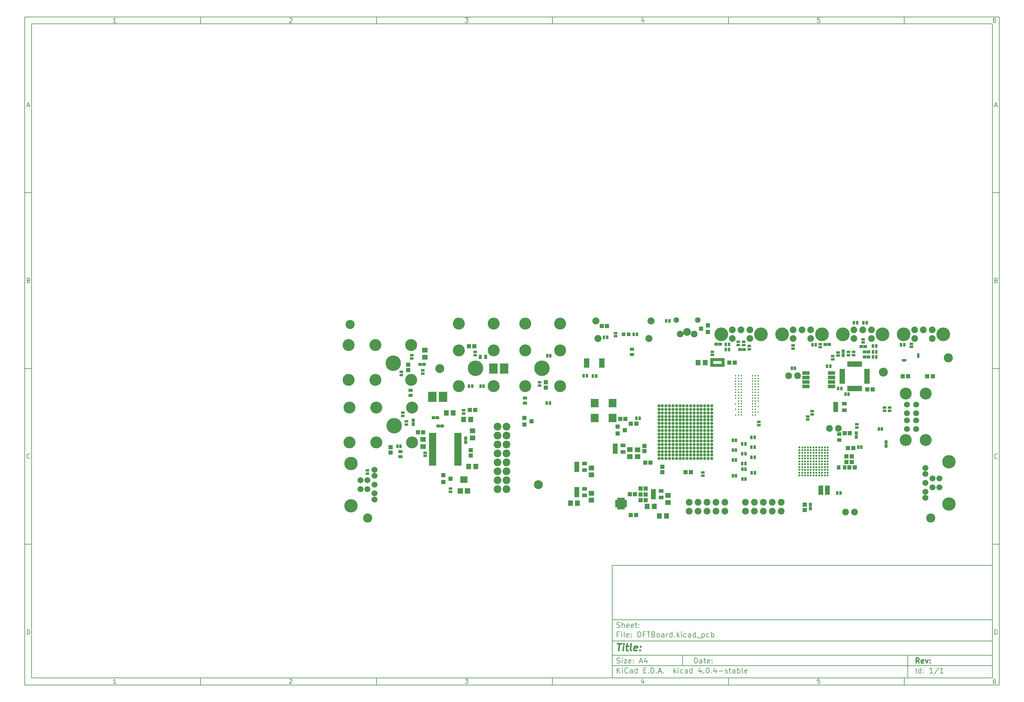
<source format=gbr>
G04 #@! TF.FileFunction,Soldermask,Top*
%FSLAX46Y46*%
G04 Gerber Fmt 4.6, Leading zero omitted, Abs format (unit mm)*
G04 Created by KiCad (PCBNEW 4.0.4-stable) date 02/17/17 14:19:35*
%MOMM*%
%LPD*%
G01*
G04 APERTURE LIST*
%ADD10C,0.100000*%
%ADD11C,0.150000*%
%ADD12C,0.300000*%
%ADD13C,0.400000*%
%ADD14C,2.540000*%
%ADD15R,1.200000X1.200000*%
%ADD16C,2.000000*%
%ADD17C,4.400000*%
%ADD18C,3.400000*%
%ADD19R,1.150000X1.200000*%
%ADD20R,1.300000X0.900000*%
%ADD21R,0.800000X1.000000*%
%ADD22R,1.000000X0.900000*%
%ADD23C,1.700000*%
%ADD24R,1.400000X1.650000*%
%ADD25R,2.150000X0.850000*%
%ADD26R,1.543000X0.654000*%
%ADD27R,0.654000X1.543000*%
%ADD28C,2.600000*%
%ADD29R,2.200000X2.400000*%
%ADD30R,1.200000X1.150000*%
%ADD31C,3.900000*%
%ADD32C,1.900000*%
%ADD33C,2.200000*%
%ADD34R,2.350000X2.900000*%
%ADD35C,1.924000*%
%ADD36R,1.650000X1.400000*%
%ADD37C,0.900380*%
%ADD38R,1.200000X1.000000*%
%ADD39C,0.600000*%
%ADD40R,0.900000X0.900000*%
%ADD41R,1.000000X0.800000*%
%ADD42R,1.300000X1.200000*%
%ADD43R,0.900000X1.300000*%
%ADD44R,1.000000X1.100000*%
%ADD45R,0.900000X1.000000*%
%ADD46R,1.400000X1.100000*%
%ADD47R,1.460000X1.050000*%
%ADD48R,2.000000X1.900000*%
%ADD49R,1.600000X1.600000*%
%ADD50R,1.000000X1.200000*%
%ADD51R,0.700000X0.750000*%
%ADD52R,0.750000X0.700000*%
%ADD53C,0.450000*%
%ADD54C,1.600000*%
%ADD55R,0.600000X0.800000*%
%ADD56R,2.100000X2.100000*%
%ADD57R,0.800000X0.600000*%
%ADD58R,2.100000X1.050000*%
%ADD59C,3.816000*%
%ADD60C,1.708000*%
%ADD61R,1.500000X0.800000*%
%ADD62R,1.400000X1.400000*%
G04 APERTURE END LIST*
D10*
D11*
X177002200Y-166007200D02*
X177002200Y-198007200D01*
X285002200Y-198007200D01*
X285002200Y-166007200D01*
X177002200Y-166007200D01*
D10*
D11*
X10000000Y-10000000D02*
X10000000Y-200007200D01*
X287002200Y-200007200D01*
X287002200Y-10000000D01*
X10000000Y-10000000D01*
D10*
D11*
X12000000Y-12000000D02*
X12000000Y-198007200D01*
X285002200Y-198007200D01*
X285002200Y-12000000D01*
X12000000Y-12000000D01*
D10*
D11*
X60000000Y-12000000D02*
X60000000Y-10000000D01*
D10*
D11*
X110000000Y-12000000D02*
X110000000Y-10000000D01*
D10*
D11*
X160000000Y-12000000D02*
X160000000Y-10000000D01*
D10*
D11*
X210000000Y-12000000D02*
X210000000Y-10000000D01*
D10*
D11*
X260000000Y-12000000D02*
X260000000Y-10000000D01*
D10*
D11*
X35990476Y-11588095D02*
X35247619Y-11588095D01*
X35619048Y-11588095D02*
X35619048Y-10288095D01*
X35495238Y-10473810D01*
X35371429Y-10597619D01*
X35247619Y-10659524D01*
D10*
D11*
X85247619Y-10411905D02*
X85309524Y-10350000D01*
X85433333Y-10288095D01*
X85742857Y-10288095D01*
X85866667Y-10350000D01*
X85928571Y-10411905D01*
X85990476Y-10535714D01*
X85990476Y-10659524D01*
X85928571Y-10845238D01*
X85185714Y-11588095D01*
X85990476Y-11588095D01*
D10*
D11*
X135185714Y-10288095D02*
X135990476Y-10288095D01*
X135557143Y-10783333D01*
X135742857Y-10783333D01*
X135866667Y-10845238D01*
X135928571Y-10907143D01*
X135990476Y-11030952D01*
X135990476Y-11340476D01*
X135928571Y-11464286D01*
X135866667Y-11526190D01*
X135742857Y-11588095D01*
X135371429Y-11588095D01*
X135247619Y-11526190D01*
X135185714Y-11464286D01*
D10*
D11*
X185866667Y-10721429D02*
X185866667Y-11588095D01*
X185557143Y-10226190D02*
X185247619Y-11154762D01*
X186052381Y-11154762D01*
D10*
D11*
X235928571Y-10288095D02*
X235309524Y-10288095D01*
X235247619Y-10907143D01*
X235309524Y-10845238D01*
X235433333Y-10783333D01*
X235742857Y-10783333D01*
X235866667Y-10845238D01*
X235928571Y-10907143D01*
X235990476Y-11030952D01*
X235990476Y-11340476D01*
X235928571Y-11464286D01*
X235866667Y-11526190D01*
X235742857Y-11588095D01*
X235433333Y-11588095D01*
X235309524Y-11526190D01*
X235247619Y-11464286D01*
D10*
D11*
X285866667Y-10288095D02*
X285619048Y-10288095D01*
X285495238Y-10350000D01*
X285433333Y-10411905D01*
X285309524Y-10597619D01*
X285247619Y-10845238D01*
X285247619Y-11340476D01*
X285309524Y-11464286D01*
X285371429Y-11526190D01*
X285495238Y-11588095D01*
X285742857Y-11588095D01*
X285866667Y-11526190D01*
X285928571Y-11464286D01*
X285990476Y-11340476D01*
X285990476Y-11030952D01*
X285928571Y-10907143D01*
X285866667Y-10845238D01*
X285742857Y-10783333D01*
X285495238Y-10783333D01*
X285371429Y-10845238D01*
X285309524Y-10907143D01*
X285247619Y-11030952D01*
D10*
D11*
X60000000Y-198007200D02*
X60000000Y-200007200D01*
D10*
D11*
X110000000Y-198007200D02*
X110000000Y-200007200D01*
D10*
D11*
X160000000Y-198007200D02*
X160000000Y-200007200D01*
D10*
D11*
X210000000Y-198007200D02*
X210000000Y-200007200D01*
D10*
D11*
X260000000Y-198007200D02*
X260000000Y-200007200D01*
D10*
D11*
X35990476Y-199595295D02*
X35247619Y-199595295D01*
X35619048Y-199595295D02*
X35619048Y-198295295D01*
X35495238Y-198481010D01*
X35371429Y-198604819D01*
X35247619Y-198666724D01*
D10*
D11*
X85247619Y-198419105D02*
X85309524Y-198357200D01*
X85433333Y-198295295D01*
X85742857Y-198295295D01*
X85866667Y-198357200D01*
X85928571Y-198419105D01*
X85990476Y-198542914D01*
X85990476Y-198666724D01*
X85928571Y-198852438D01*
X85185714Y-199595295D01*
X85990476Y-199595295D01*
D10*
D11*
X135185714Y-198295295D02*
X135990476Y-198295295D01*
X135557143Y-198790533D01*
X135742857Y-198790533D01*
X135866667Y-198852438D01*
X135928571Y-198914343D01*
X135990476Y-199038152D01*
X135990476Y-199347676D01*
X135928571Y-199471486D01*
X135866667Y-199533390D01*
X135742857Y-199595295D01*
X135371429Y-199595295D01*
X135247619Y-199533390D01*
X135185714Y-199471486D01*
D10*
D11*
X185866667Y-198728629D02*
X185866667Y-199595295D01*
X185557143Y-198233390D02*
X185247619Y-199161962D01*
X186052381Y-199161962D01*
D10*
D11*
X235928571Y-198295295D02*
X235309524Y-198295295D01*
X235247619Y-198914343D01*
X235309524Y-198852438D01*
X235433333Y-198790533D01*
X235742857Y-198790533D01*
X235866667Y-198852438D01*
X235928571Y-198914343D01*
X235990476Y-199038152D01*
X235990476Y-199347676D01*
X235928571Y-199471486D01*
X235866667Y-199533390D01*
X235742857Y-199595295D01*
X235433333Y-199595295D01*
X235309524Y-199533390D01*
X235247619Y-199471486D01*
D10*
D11*
X285866667Y-198295295D02*
X285619048Y-198295295D01*
X285495238Y-198357200D01*
X285433333Y-198419105D01*
X285309524Y-198604819D01*
X285247619Y-198852438D01*
X285247619Y-199347676D01*
X285309524Y-199471486D01*
X285371429Y-199533390D01*
X285495238Y-199595295D01*
X285742857Y-199595295D01*
X285866667Y-199533390D01*
X285928571Y-199471486D01*
X285990476Y-199347676D01*
X285990476Y-199038152D01*
X285928571Y-198914343D01*
X285866667Y-198852438D01*
X285742857Y-198790533D01*
X285495238Y-198790533D01*
X285371429Y-198852438D01*
X285309524Y-198914343D01*
X285247619Y-199038152D01*
D10*
D11*
X10000000Y-60000000D02*
X12000000Y-60000000D01*
D10*
D11*
X10000000Y-110000000D02*
X12000000Y-110000000D01*
D10*
D11*
X10000000Y-160000000D02*
X12000000Y-160000000D01*
D10*
D11*
X10690476Y-35216667D02*
X11309524Y-35216667D01*
X10566667Y-35588095D02*
X11000000Y-34288095D01*
X11433333Y-35588095D01*
D10*
D11*
X11092857Y-84907143D02*
X11278571Y-84969048D01*
X11340476Y-85030952D01*
X11402381Y-85154762D01*
X11402381Y-85340476D01*
X11340476Y-85464286D01*
X11278571Y-85526190D01*
X11154762Y-85588095D01*
X10659524Y-85588095D01*
X10659524Y-84288095D01*
X11092857Y-84288095D01*
X11216667Y-84350000D01*
X11278571Y-84411905D01*
X11340476Y-84535714D01*
X11340476Y-84659524D01*
X11278571Y-84783333D01*
X11216667Y-84845238D01*
X11092857Y-84907143D01*
X10659524Y-84907143D01*
D10*
D11*
X11402381Y-135464286D02*
X11340476Y-135526190D01*
X11154762Y-135588095D01*
X11030952Y-135588095D01*
X10845238Y-135526190D01*
X10721429Y-135402381D01*
X10659524Y-135278571D01*
X10597619Y-135030952D01*
X10597619Y-134845238D01*
X10659524Y-134597619D01*
X10721429Y-134473810D01*
X10845238Y-134350000D01*
X11030952Y-134288095D01*
X11154762Y-134288095D01*
X11340476Y-134350000D01*
X11402381Y-134411905D01*
D10*
D11*
X10659524Y-185588095D02*
X10659524Y-184288095D01*
X10969048Y-184288095D01*
X11154762Y-184350000D01*
X11278571Y-184473810D01*
X11340476Y-184597619D01*
X11402381Y-184845238D01*
X11402381Y-185030952D01*
X11340476Y-185278571D01*
X11278571Y-185402381D01*
X11154762Y-185526190D01*
X10969048Y-185588095D01*
X10659524Y-185588095D01*
D10*
D11*
X287002200Y-60000000D02*
X285002200Y-60000000D01*
D10*
D11*
X287002200Y-110000000D02*
X285002200Y-110000000D01*
D10*
D11*
X287002200Y-160000000D02*
X285002200Y-160000000D01*
D10*
D11*
X285692676Y-35216667D02*
X286311724Y-35216667D01*
X285568867Y-35588095D02*
X286002200Y-34288095D01*
X286435533Y-35588095D01*
D10*
D11*
X286095057Y-84907143D02*
X286280771Y-84969048D01*
X286342676Y-85030952D01*
X286404581Y-85154762D01*
X286404581Y-85340476D01*
X286342676Y-85464286D01*
X286280771Y-85526190D01*
X286156962Y-85588095D01*
X285661724Y-85588095D01*
X285661724Y-84288095D01*
X286095057Y-84288095D01*
X286218867Y-84350000D01*
X286280771Y-84411905D01*
X286342676Y-84535714D01*
X286342676Y-84659524D01*
X286280771Y-84783333D01*
X286218867Y-84845238D01*
X286095057Y-84907143D01*
X285661724Y-84907143D01*
D10*
D11*
X286404581Y-135464286D02*
X286342676Y-135526190D01*
X286156962Y-135588095D01*
X286033152Y-135588095D01*
X285847438Y-135526190D01*
X285723629Y-135402381D01*
X285661724Y-135278571D01*
X285599819Y-135030952D01*
X285599819Y-134845238D01*
X285661724Y-134597619D01*
X285723629Y-134473810D01*
X285847438Y-134350000D01*
X286033152Y-134288095D01*
X286156962Y-134288095D01*
X286342676Y-134350000D01*
X286404581Y-134411905D01*
D10*
D11*
X285661724Y-185588095D02*
X285661724Y-184288095D01*
X285971248Y-184288095D01*
X286156962Y-184350000D01*
X286280771Y-184473810D01*
X286342676Y-184597619D01*
X286404581Y-184845238D01*
X286404581Y-185030952D01*
X286342676Y-185278571D01*
X286280771Y-185402381D01*
X286156962Y-185526190D01*
X285971248Y-185588095D01*
X285661724Y-185588095D01*
D10*
D11*
X200359343Y-193785771D02*
X200359343Y-192285771D01*
X200716486Y-192285771D01*
X200930771Y-192357200D01*
X201073629Y-192500057D01*
X201145057Y-192642914D01*
X201216486Y-192928629D01*
X201216486Y-193142914D01*
X201145057Y-193428629D01*
X201073629Y-193571486D01*
X200930771Y-193714343D01*
X200716486Y-193785771D01*
X200359343Y-193785771D01*
X202502200Y-193785771D02*
X202502200Y-193000057D01*
X202430771Y-192857200D01*
X202287914Y-192785771D01*
X202002200Y-192785771D01*
X201859343Y-192857200D01*
X202502200Y-193714343D02*
X202359343Y-193785771D01*
X202002200Y-193785771D01*
X201859343Y-193714343D01*
X201787914Y-193571486D01*
X201787914Y-193428629D01*
X201859343Y-193285771D01*
X202002200Y-193214343D01*
X202359343Y-193214343D01*
X202502200Y-193142914D01*
X203002200Y-192785771D02*
X203573629Y-192785771D01*
X203216486Y-192285771D02*
X203216486Y-193571486D01*
X203287914Y-193714343D01*
X203430772Y-193785771D01*
X203573629Y-193785771D01*
X204645057Y-193714343D02*
X204502200Y-193785771D01*
X204216486Y-193785771D01*
X204073629Y-193714343D01*
X204002200Y-193571486D01*
X204002200Y-193000057D01*
X204073629Y-192857200D01*
X204216486Y-192785771D01*
X204502200Y-192785771D01*
X204645057Y-192857200D01*
X204716486Y-193000057D01*
X204716486Y-193142914D01*
X204002200Y-193285771D01*
X205359343Y-193642914D02*
X205430771Y-193714343D01*
X205359343Y-193785771D01*
X205287914Y-193714343D01*
X205359343Y-193642914D01*
X205359343Y-193785771D01*
X205359343Y-192857200D02*
X205430771Y-192928629D01*
X205359343Y-193000057D01*
X205287914Y-192928629D01*
X205359343Y-192857200D01*
X205359343Y-193000057D01*
D10*
D11*
X177002200Y-194507200D02*
X285002200Y-194507200D01*
D10*
D11*
X178359343Y-196585771D02*
X178359343Y-195085771D01*
X179216486Y-196585771D02*
X178573629Y-195728629D01*
X179216486Y-195085771D02*
X178359343Y-195942914D01*
X179859343Y-196585771D02*
X179859343Y-195585771D01*
X179859343Y-195085771D02*
X179787914Y-195157200D01*
X179859343Y-195228629D01*
X179930771Y-195157200D01*
X179859343Y-195085771D01*
X179859343Y-195228629D01*
X181430772Y-196442914D02*
X181359343Y-196514343D01*
X181145057Y-196585771D01*
X181002200Y-196585771D01*
X180787915Y-196514343D01*
X180645057Y-196371486D01*
X180573629Y-196228629D01*
X180502200Y-195942914D01*
X180502200Y-195728629D01*
X180573629Y-195442914D01*
X180645057Y-195300057D01*
X180787915Y-195157200D01*
X181002200Y-195085771D01*
X181145057Y-195085771D01*
X181359343Y-195157200D01*
X181430772Y-195228629D01*
X182716486Y-196585771D02*
X182716486Y-195800057D01*
X182645057Y-195657200D01*
X182502200Y-195585771D01*
X182216486Y-195585771D01*
X182073629Y-195657200D01*
X182716486Y-196514343D02*
X182573629Y-196585771D01*
X182216486Y-196585771D01*
X182073629Y-196514343D01*
X182002200Y-196371486D01*
X182002200Y-196228629D01*
X182073629Y-196085771D01*
X182216486Y-196014343D01*
X182573629Y-196014343D01*
X182716486Y-195942914D01*
X184073629Y-196585771D02*
X184073629Y-195085771D01*
X184073629Y-196514343D02*
X183930772Y-196585771D01*
X183645058Y-196585771D01*
X183502200Y-196514343D01*
X183430772Y-196442914D01*
X183359343Y-196300057D01*
X183359343Y-195871486D01*
X183430772Y-195728629D01*
X183502200Y-195657200D01*
X183645058Y-195585771D01*
X183930772Y-195585771D01*
X184073629Y-195657200D01*
X185930772Y-195800057D02*
X186430772Y-195800057D01*
X186645058Y-196585771D02*
X185930772Y-196585771D01*
X185930772Y-195085771D01*
X186645058Y-195085771D01*
X187287915Y-196442914D02*
X187359343Y-196514343D01*
X187287915Y-196585771D01*
X187216486Y-196514343D01*
X187287915Y-196442914D01*
X187287915Y-196585771D01*
X188002201Y-196585771D02*
X188002201Y-195085771D01*
X188359344Y-195085771D01*
X188573629Y-195157200D01*
X188716487Y-195300057D01*
X188787915Y-195442914D01*
X188859344Y-195728629D01*
X188859344Y-195942914D01*
X188787915Y-196228629D01*
X188716487Y-196371486D01*
X188573629Y-196514343D01*
X188359344Y-196585771D01*
X188002201Y-196585771D01*
X189502201Y-196442914D02*
X189573629Y-196514343D01*
X189502201Y-196585771D01*
X189430772Y-196514343D01*
X189502201Y-196442914D01*
X189502201Y-196585771D01*
X190145058Y-196157200D02*
X190859344Y-196157200D01*
X190002201Y-196585771D02*
X190502201Y-195085771D01*
X191002201Y-196585771D01*
X191502201Y-196442914D02*
X191573629Y-196514343D01*
X191502201Y-196585771D01*
X191430772Y-196514343D01*
X191502201Y-196442914D01*
X191502201Y-196585771D01*
X194502201Y-196585771D02*
X194502201Y-195085771D01*
X194645058Y-196014343D02*
X195073629Y-196585771D01*
X195073629Y-195585771D02*
X194502201Y-196157200D01*
X195716487Y-196585771D02*
X195716487Y-195585771D01*
X195716487Y-195085771D02*
X195645058Y-195157200D01*
X195716487Y-195228629D01*
X195787915Y-195157200D01*
X195716487Y-195085771D01*
X195716487Y-195228629D01*
X197073630Y-196514343D02*
X196930773Y-196585771D01*
X196645059Y-196585771D01*
X196502201Y-196514343D01*
X196430773Y-196442914D01*
X196359344Y-196300057D01*
X196359344Y-195871486D01*
X196430773Y-195728629D01*
X196502201Y-195657200D01*
X196645059Y-195585771D01*
X196930773Y-195585771D01*
X197073630Y-195657200D01*
X198359344Y-196585771D02*
X198359344Y-195800057D01*
X198287915Y-195657200D01*
X198145058Y-195585771D01*
X197859344Y-195585771D01*
X197716487Y-195657200D01*
X198359344Y-196514343D02*
X198216487Y-196585771D01*
X197859344Y-196585771D01*
X197716487Y-196514343D01*
X197645058Y-196371486D01*
X197645058Y-196228629D01*
X197716487Y-196085771D01*
X197859344Y-196014343D01*
X198216487Y-196014343D01*
X198359344Y-195942914D01*
X199716487Y-196585771D02*
X199716487Y-195085771D01*
X199716487Y-196514343D02*
X199573630Y-196585771D01*
X199287916Y-196585771D01*
X199145058Y-196514343D01*
X199073630Y-196442914D01*
X199002201Y-196300057D01*
X199002201Y-195871486D01*
X199073630Y-195728629D01*
X199145058Y-195657200D01*
X199287916Y-195585771D01*
X199573630Y-195585771D01*
X199716487Y-195657200D01*
X202216487Y-195585771D02*
X202216487Y-196585771D01*
X201859344Y-195014343D02*
X201502201Y-196085771D01*
X202430773Y-196085771D01*
X203002201Y-196442914D02*
X203073629Y-196514343D01*
X203002201Y-196585771D01*
X202930772Y-196514343D01*
X203002201Y-196442914D01*
X203002201Y-196585771D01*
X204002201Y-195085771D02*
X204145058Y-195085771D01*
X204287915Y-195157200D01*
X204359344Y-195228629D01*
X204430773Y-195371486D01*
X204502201Y-195657200D01*
X204502201Y-196014343D01*
X204430773Y-196300057D01*
X204359344Y-196442914D01*
X204287915Y-196514343D01*
X204145058Y-196585771D01*
X204002201Y-196585771D01*
X203859344Y-196514343D01*
X203787915Y-196442914D01*
X203716487Y-196300057D01*
X203645058Y-196014343D01*
X203645058Y-195657200D01*
X203716487Y-195371486D01*
X203787915Y-195228629D01*
X203859344Y-195157200D01*
X204002201Y-195085771D01*
X205145058Y-196442914D02*
X205216486Y-196514343D01*
X205145058Y-196585771D01*
X205073629Y-196514343D01*
X205145058Y-196442914D01*
X205145058Y-196585771D01*
X206502201Y-195585771D02*
X206502201Y-196585771D01*
X206145058Y-195014343D02*
X205787915Y-196085771D01*
X206716487Y-196085771D01*
X207287915Y-196014343D02*
X208430772Y-196014343D01*
X209073629Y-196514343D02*
X209216486Y-196585771D01*
X209502201Y-196585771D01*
X209645058Y-196514343D01*
X209716486Y-196371486D01*
X209716486Y-196300057D01*
X209645058Y-196157200D01*
X209502201Y-196085771D01*
X209287915Y-196085771D01*
X209145058Y-196014343D01*
X209073629Y-195871486D01*
X209073629Y-195800057D01*
X209145058Y-195657200D01*
X209287915Y-195585771D01*
X209502201Y-195585771D01*
X209645058Y-195657200D01*
X210145058Y-195585771D02*
X210716487Y-195585771D01*
X210359344Y-195085771D02*
X210359344Y-196371486D01*
X210430772Y-196514343D01*
X210573630Y-196585771D01*
X210716487Y-196585771D01*
X211859344Y-196585771D02*
X211859344Y-195800057D01*
X211787915Y-195657200D01*
X211645058Y-195585771D01*
X211359344Y-195585771D01*
X211216487Y-195657200D01*
X211859344Y-196514343D02*
X211716487Y-196585771D01*
X211359344Y-196585771D01*
X211216487Y-196514343D01*
X211145058Y-196371486D01*
X211145058Y-196228629D01*
X211216487Y-196085771D01*
X211359344Y-196014343D01*
X211716487Y-196014343D01*
X211859344Y-195942914D01*
X212573630Y-196585771D02*
X212573630Y-195085771D01*
X212573630Y-195657200D02*
X212716487Y-195585771D01*
X213002201Y-195585771D01*
X213145058Y-195657200D01*
X213216487Y-195728629D01*
X213287916Y-195871486D01*
X213287916Y-196300057D01*
X213216487Y-196442914D01*
X213145058Y-196514343D01*
X213002201Y-196585771D01*
X212716487Y-196585771D01*
X212573630Y-196514343D01*
X214145059Y-196585771D02*
X214002201Y-196514343D01*
X213930773Y-196371486D01*
X213930773Y-195085771D01*
X215287915Y-196514343D02*
X215145058Y-196585771D01*
X214859344Y-196585771D01*
X214716487Y-196514343D01*
X214645058Y-196371486D01*
X214645058Y-195800057D01*
X214716487Y-195657200D01*
X214859344Y-195585771D01*
X215145058Y-195585771D01*
X215287915Y-195657200D01*
X215359344Y-195800057D01*
X215359344Y-195942914D01*
X214645058Y-196085771D01*
D10*
D11*
X177002200Y-191507200D02*
X285002200Y-191507200D01*
D10*
D12*
X264216486Y-193785771D02*
X263716486Y-193071486D01*
X263359343Y-193785771D02*
X263359343Y-192285771D01*
X263930771Y-192285771D01*
X264073629Y-192357200D01*
X264145057Y-192428629D01*
X264216486Y-192571486D01*
X264216486Y-192785771D01*
X264145057Y-192928629D01*
X264073629Y-193000057D01*
X263930771Y-193071486D01*
X263359343Y-193071486D01*
X265430771Y-193714343D02*
X265287914Y-193785771D01*
X265002200Y-193785771D01*
X264859343Y-193714343D01*
X264787914Y-193571486D01*
X264787914Y-193000057D01*
X264859343Y-192857200D01*
X265002200Y-192785771D01*
X265287914Y-192785771D01*
X265430771Y-192857200D01*
X265502200Y-193000057D01*
X265502200Y-193142914D01*
X264787914Y-193285771D01*
X266002200Y-192785771D02*
X266359343Y-193785771D01*
X266716485Y-192785771D01*
X267287914Y-193642914D02*
X267359342Y-193714343D01*
X267287914Y-193785771D01*
X267216485Y-193714343D01*
X267287914Y-193642914D01*
X267287914Y-193785771D01*
X267287914Y-192857200D02*
X267359342Y-192928629D01*
X267287914Y-193000057D01*
X267216485Y-192928629D01*
X267287914Y-192857200D01*
X267287914Y-193000057D01*
D10*
D11*
X178287914Y-193714343D02*
X178502200Y-193785771D01*
X178859343Y-193785771D01*
X179002200Y-193714343D01*
X179073629Y-193642914D01*
X179145057Y-193500057D01*
X179145057Y-193357200D01*
X179073629Y-193214343D01*
X179002200Y-193142914D01*
X178859343Y-193071486D01*
X178573629Y-193000057D01*
X178430771Y-192928629D01*
X178359343Y-192857200D01*
X178287914Y-192714343D01*
X178287914Y-192571486D01*
X178359343Y-192428629D01*
X178430771Y-192357200D01*
X178573629Y-192285771D01*
X178930771Y-192285771D01*
X179145057Y-192357200D01*
X179787914Y-193785771D02*
X179787914Y-192785771D01*
X179787914Y-192285771D02*
X179716485Y-192357200D01*
X179787914Y-192428629D01*
X179859342Y-192357200D01*
X179787914Y-192285771D01*
X179787914Y-192428629D01*
X180359343Y-192785771D02*
X181145057Y-192785771D01*
X180359343Y-193785771D01*
X181145057Y-193785771D01*
X182287914Y-193714343D02*
X182145057Y-193785771D01*
X181859343Y-193785771D01*
X181716486Y-193714343D01*
X181645057Y-193571486D01*
X181645057Y-193000057D01*
X181716486Y-192857200D01*
X181859343Y-192785771D01*
X182145057Y-192785771D01*
X182287914Y-192857200D01*
X182359343Y-193000057D01*
X182359343Y-193142914D01*
X181645057Y-193285771D01*
X183002200Y-193642914D02*
X183073628Y-193714343D01*
X183002200Y-193785771D01*
X182930771Y-193714343D01*
X183002200Y-193642914D01*
X183002200Y-193785771D01*
X183002200Y-192857200D02*
X183073628Y-192928629D01*
X183002200Y-193000057D01*
X182930771Y-192928629D01*
X183002200Y-192857200D01*
X183002200Y-193000057D01*
X184787914Y-193357200D02*
X185502200Y-193357200D01*
X184645057Y-193785771D02*
X185145057Y-192285771D01*
X185645057Y-193785771D01*
X186787914Y-192785771D02*
X186787914Y-193785771D01*
X186430771Y-192214343D02*
X186073628Y-193285771D01*
X187002200Y-193285771D01*
D10*
D11*
X263359343Y-196585771D02*
X263359343Y-195085771D01*
X264716486Y-196585771D02*
X264716486Y-195085771D01*
X264716486Y-196514343D02*
X264573629Y-196585771D01*
X264287915Y-196585771D01*
X264145057Y-196514343D01*
X264073629Y-196442914D01*
X264002200Y-196300057D01*
X264002200Y-195871486D01*
X264073629Y-195728629D01*
X264145057Y-195657200D01*
X264287915Y-195585771D01*
X264573629Y-195585771D01*
X264716486Y-195657200D01*
X265430772Y-196442914D02*
X265502200Y-196514343D01*
X265430772Y-196585771D01*
X265359343Y-196514343D01*
X265430772Y-196442914D01*
X265430772Y-196585771D01*
X265430772Y-195657200D02*
X265502200Y-195728629D01*
X265430772Y-195800057D01*
X265359343Y-195728629D01*
X265430772Y-195657200D01*
X265430772Y-195800057D01*
X268073629Y-196585771D02*
X267216486Y-196585771D01*
X267645058Y-196585771D02*
X267645058Y-195085771D01*
X267502201Y-195300057D01*
X267359343Y-195442914D01*
X267216486Y-195514343D01*
X269787914Y-195014343D02*
X268502200Y-196942914D01*
X271073629Y-196585771D02*
X270216486Y-196585771D01*
X270645058Y-196585771D02*
X270645058Y-195085771D01*
X270502201Y-195300057D01*
X270359343Y-195442914D01*
X270216486Y-195514343D01*
D10*
D11*
X177002200Y-187507200D02*
X285002200Y-187507200D01*
D10*
D13*
X178454581Y-188211962D02*
X179597438Y-188211962D01*
X178776010Y-190211962D02*
X179026010Y-188211962D01*
X180014105Y-190211962D02*
X180180771Y-188878629D01*
X180264105Y-188211962D02*
X180156962Y-188307200D01*
X180240295Y-188402438D01*
X180347439Y-188307200D01*
X180264105Y-188211962D01*
X180240295Y-188402438D01*
X180847438Y-188878629D02*
X181609343Y-188878629D01*
X181216486Y-188211962D02*
X181002200Y-189926248D01*
X181073630Y-190116724D01*
X181252201Y-190211962D01*
X181442677Y-190211962D01*
X182395058Y-190211962D02*
X182216487Y-190116724D01*
X182145057Y-189926248D01*
X182359343Y-188211962D01*
X183930772Y-190116724D02*
X183728391Y-190211962D01*
X183347439Y-190211962D01*
X183168867Y-190116724D01*
X183097438Y-189926248D01*
X183192676Y-189164343D01*
X183311724Y-188973867D01*
X183514105Y-188878629D01*
X183895057Y-188878629D01*
X184073629Y-188973867D01*
X184145057Y-189164343D01*
X184121248Y-189354819D01*
X183145057Y-189545295D01*
X184895057Y-190021486D02*
X184978392Y-190116724D01*
X184871248Y-190211962D01*
X184787915Y-190116724D01*
X184895057Y-190021486D01*
X184871248Y-190211962D01*
X185026010Y-188973867D02*
X185109344Y-189069105D01*
X185002200Y-189164343D01*
X184918867Y-189069105D01*
X185026010Y-188973867D01*
X185002200Y-189164343D01*
D10*
D11*
X178859343Y-185600057D02*
X178359343Y-185600057D01*
X178359343Y-186385771D02*
X178359343Y-184885771D01*
X179073629Y-184885771D01*
X179645057Y-186385771D02*
X179645057Y-185385771D01*
X179645057Y-184885771D02*
X179573628Y-184957200D01*
X179645057Y-185028629D01*
X179716485Y-184957200D01*
X179645057Y-184885771D01*
X179645057Y-185028629D01*
X180573629Y-186385771D02*
X180430771Y-186314343D01*
X180359343Y-186171486D01*
X180359343Y-184885771D01*
X181716485Y-186314343D02*
X181573628Y-186385771D01*
X181287914Y-186385771D01*
X181145057Y-186314343D01*
X181073628Y-186171486D01*
X181073628Y-185600057D01*
X181145057Y-185457200D01*
X181287914Y-185385771D01*
X181573628Y-185385771D01*
X181716485Y-185457200D01*
X181787914Y-185600057D01*
X181787914Y-185742914D01*
X181073628Y-185885771D01*
X182430771Y-186242914D02*
X182502199Y-186314343D01*
X182430771Y-186385771D01*
X182359342Y-186314343D01*
X182430771Y-186242914D01*
X182430771Y-186385771D01*
X182430771Y-185457200D02*
X182502199Y-185528629D01*
X182430771Y-185600057D01*
X182359342Y-185528629D01*
X182430771Y-185457200D01*
X182430771Y-185600057D01*
X184287914Y-186385771D02*
X184287914Y-184885771D01*
X184645057Y-184885771D01*
X184859342Y-184957200D01*
X185002200Y-185100057D01*
X185073628Y-185242914D01*
X185145057Y-185528629D01*
X185145057Y-185742914D01*
X185073628Y-186028629D01*
X185002200Y-186171486D01*
X184859342Y-186314343D01*
X184645057Y-186385771D01*
X184287914Y-186385771D01*
X186287914Y-185600057D02*
X185787914Y-185600057D01*
X185787914Y-186385771D02*
X185787914Y-184885771D01*
X186502200Y-184885771D01*
X186859342Y-184885771D02*
X187716485Y-184885771D01*
X187287914Y-186385771D02*
X187287914Y-184885771D01*
X188716485Y-185600057D02*
X188930771Y-185671486D01*
X189002199Y-185742914D01*
X189073628Y-185885771D01*
X189073628Y-186100057D01*
X189002199Y-186242914D01*
X188930771Y-186314343D01*
X188787913Y-186385771D01*
X188216485Y-186385771D01*
X188216485Y-184885771D01*
X188716485Y-184885771D01*
X188859342Y-184957200D01*
X188930771Y-185028629D01*
X189002199Y-185171486D01*
X189002199Y-185314343D01*
X188930771Y-185457200D01*
X188859342Y-185528629D01*
X188716485Y-185600057D01*
X188216485Y-185600057D01*
X189930771Y-186385771D02*
X189787913Y-186314343D01*
X189716485Y-186242914D01*
X189645056Y-186100057D01*
X189645056Y-185671486D01*
X189716485Y-185528629D01*
X189787913Y-185457200D01*
X189930771Y-185385771D01*
X190145056Y-185385771D01*
X190287913Y-185457200D01*
X190359342Y-185528629D01*
X190430771Y-185671486D01*
X190430771Y-186100057D01*
X190359342Y-186242914D01*
X190287913Y-186314343D01*
X190145056Y-186385771D01*
X189930771Y-186385771D01*
X191716485Y-186385771D02*
X191716485Y-185600057D01*
X191645056Y-185457200D01*
X191502199Y-185385771D01*
X191216485Y-185385771D01*
X191073628Y-185457200D01*
X191716485Y-186314343D02*
X191573628Y-186385771D01*
X191216485Y-186385771D01*
X191073628Y-186314343D01*
X191002199Y-186171486D01*
X191002199Y-186028629D01*
X191073628Y-185885771D01*
X191216485Y-185814343D01*
X191573628Y-185814343D01*
X191716485Y-185742914D01*
X192430771Y-186385771D02*
X192430771Y-185385771D01*
X192430771Y-185671486D02*
X192502199Y-185528629D01*
X192573628Y-185457200D01*
X192716485Y-185385771D01*
X192859342Y-185385771D01*
X194002199Y-186385771D02*
X194002199Y-184885771D01*
X194002199Y-186314343D02*
X193859342Y-186385771D01*
X193573628Y-186385771D01*
X193430770Y-186314343D01*
X193359342Y-186242914D01*
X193287913Y-186100057D01*
X193287913Y-185671486D01*
X193359342Y-185528629D01*
X193430770Y-185457200D01*
X193573628Y-185385771D01*
X193859342Y-185385771D01*
X194002199Y-185457200D01*
X194716485Y-186242914D02*
X194787913Y-186314343D01*
X194716485Y-186385771D01*
X194645056Y-186314343D01*
X194716485Y-186242914D01*
X194716485Y-186385771D01*
X195430771Y-186385771D02*
X195430771Y-184885771D01*
X195573628Y-185814343D02*
X196002199Y-186385771D01*
X196002199Y-185385771D02*
X195430771Y-185957200D01*
X196645057Y-186385771D02*
X196645057Y-185385771D01*
X196645057Y-184885771D02*
X196573628Y-184957200D01*
X196645057Y-185028629D01*
X196716485Y-184957200D01*
X196645057Y-184885771D01*
X196645057Y-185028629D01*
X198002200Y-186314343D02*
X197859343Y-186385771D01*
X197573629Y-186385771D01*
X197430771Y-186314343D01*
X197359343Y-186242914D01*
X197287914Y-186100057D01*
X197287914Y-185671486D01*
X197359343Y-185528629D01*
X197430771Y-185457200D01*
X197573629Y-185385771D01*
X197859343Y-185385771D01*
X198002200Y-185457200D01*
X199287914Y-186385771D02*
X199287914Y-185600057D01*
X199216485Y-185457200D01*
X199073628Y-185385771D01*
X198787914Y-185385771D01*
X198645057Y-185457200D01*
X199287914Y-186314343D02*
X199145057Y-186385771D01*
X198787914Y-186385771D01*
X198645057Y-186314343D01*
X198573628Y-186171486D01*
X198573628Y-186028629D01*
X198645057Y-185885771D01*
X198787914Y-185814343D01*
X199145057Y-185814343D01*
X199287914Y-185742914D01*
X200645057Y-186385771D02*
X200645057Y-184885771D01*
X200645057Y-186314343D02*
X200502200Y-186385771D01*
X200216486Y-186385771D01*
X200073628Y-186314343D01*
X200002200Y-186242914D01*
X199930771Y-186100057D01*
X199930771Y-185671486D01*
X200002200Y-185528629D01*
X200073628Y-185457200D01*
X200216486Y-185385771D01*
X200502200Y-185385771D01*
X200645057Y-185457200D01*
X201002200Y-186528629D02*
X202145057Y-186528629D01*
X202502200Y-185385771D02*
X202502200Y-186885771D01*
X202502200Y-185457200D02*
X202645057Y-185385771D01*
X202930771Y-185385771D01*
X203073628Y-185457200D01*
X203145057Y-185528629D01*
X203216486Y-185671486D01*
X203216486Y-186100057D01*
X203145057Y-186242914D01*
X203073628Y-186314343D01*
X202930771Y-186385771D01*
X202645057Y-186385771D01*
X202502200Y-186314343D01*
X204502200Y-186314343D02*
X204359343Y-186385771D01*
X204073629Y-186385771D01*
X203930771Y-186314343D01*
X203859343Y-186242914D01*
X203787914Y-186100057D01*
X203787914Y-185671486D01*
X203859343Y-185528629D01*
X203930771Y-185457200D01*
X204073629Y-185385771D01*
X204359343Y-185385771D01*
X204502200Y-185457200D01*
X205145057Y-186385771D02*
X205145057Y-184885771D01*
X205145057Y-185457200D02*
X205287914Y-185385771D01*
X205573628Y-185385771D01*
X205716485Y-185457200D01*
X205787914Y-185528629D01*
X205859343Y-185671486D01*
X205859343Y-186100057D01*
X205787914Y-186242914D01*
X205716485Y-186314343D01*
X205573628Y-186385771D01*
X205287914Y-186385771D01*
X205145057Y-186314343D01*
D10*
D11*
X177002200Y-181507200D02*
X285002200Y-181507200D01*
D10*
D11*
X178287914Y-183614343D02*
X178502200Y-183685771D01*
X178859343Y-183685771D01*
X179002200Y-183614343D01*
X179073629Y-183542914D01*
X179145057Y-183400057D01*
X179145057Y-183257200D01*
X179073629Y-183114343D01*
X179002200Y-183042914D01*
X178859343Y-182971486D01*
X178573629Y-182900057D01*
X178430771Y-182828629D01*
X178359343Y-182757200D01*
X178287914Y-182614343D01*
X178287914Y-182471486D01*
X178359343Y-182328629D01*
X178430771Y-182257200D01*
X178573629Y-182185771D01*
X178930771Y-182185771D01*
X179145057Y-182257200D01*
X179787914Y-183685771D02*
X179787914Y-182185771D01*
X180430771Y-183685771D02*
X180430771Y-182900057D01*
X180359342Y-182757200D01*
X180216485Y-182685771D01*
X180002200Y-182685771D01*
X179859342Y-182757200D01*
X179787914Y-182828629D01*
X181716485Y-183614343D02*
X181573628Y-183685771D01*
X181287914Y-183685771D01*
X181145057Y-183614343D01*
X181073628Y-183471486D01*
X181073628Y-182900057D01*
X181145057Y-182757200D01*
X181287914Y-182685771D01*
X181573628Y-182685771D01*
X181716485Y-182757200D01*
X181787914Y-182900057D01*
X181787914Y-183042914D01*
X181073628Y-183185771D01*
X183002199Y-183614343D02*
X182859342Y-183685771D01*
X182573628Y-183685771D01*
X182430771Y-183614343D01*
X182359342Y-183471486D01*
X182359342Y-182900057D01*
X182430771Y-182757200D01*
X182573628Y-182685771D01*
X182859342Y-182685771D01*
X183002199Y-182757200D01*
X183073628Y-182900057D01*
X183073628Y-183042914D01*
X182359342Y-183185771D01*
X183502199Y-182685771D02*
X184073628Y-182685771D01*
X183716485Y-182185771D02*
X183716485Y-183471486D01*
X183787913Y-183614343D01*
X183930771Y-183685771D01*
X184073628Y-183685771D01*
X184573628Y-183542914D02*
X184645056Y-183614343D01*
X184573628Y-183685771D01*
X184502199Y-183614343D01*
X184573628Y-183542914D01*
X184573628Y-183685771D01*
X184573628Y-182757200D02*
X184645056Y-182828629D01*
X184573628Y-182900057D01*
X184502199Y-182828629D01*
X184573628Y-182757200D01*
X184573628Y-182900057D01*
D10*
D11*
X197002200Y-191507200D02*
X197002200Y-194507200D01*
D10*
D11*
X261002200Y-191507200D02*
X261002200Y-198007200D01*
D14*
X128000000Y-110000000D03*
X254000000Y-111000000D03*
D15*
X268100000Y-112200000D03*
X266500000Y-112200000D03*
D16*
X188000000Y-96500000D03*
X187400000Y-101450000D03*
X172300000Y-96500000D03*
X172900000Y-101450000D03*
D17*
X157000000Y-109950000D03*
D18*
X152250000Y-97250000D03*
X152250000Y-104870000D03*
X152250000Y-115030000D03*
X162160000Y-115030000D03*
X162160000Y-104870000D03*
X162160000Y-97250000D03*
D17*
X138090000Y-109950000D03*
D18*
X133340000Y-97250000D03*
X133340000Y-104870000D03*
X133340000Y-115030000D03*
X143250000Y-115030000D03*
X143250000Y-104870000D03*
X143250000Y-97250000D03*
D19*
X114000000Y-132350000D03*
X114000000Y-133850000D03*
D20*
X116800000Y-133600000D03*
X116800000Y-135100000D03*
D21*
X115900000Y-132100000D03*
X116800000Y-132100000D03*
D22*
X128650000Y-126350000D03*
X127550000Y-126350000D03*
D18*
X260345000Y-130300000D03*
X266025000Y-130300000D03*
X266025000Y-117160000D03*
X260345000Y-117160000D03*
D23*
X263315000Y-124730000D03*
X260695000Y-127230000D03*
X263315000Y-127230000D03*
X263315000Y-122730000D03*
X263315000Y-120230000D03*
X260695000Y-124730000D03*
X260695000Y-122730000D03*
X260695000Y-120230000D03*
D24*
X165100000Y-148250000D03*
X167100000Y-148250000D03*
D25*
X133100000Y-137150000D03*
X133100000Y-136500000D03*
X133100000Y-135850000D03*
X133100000Y-135200000D03*
X133100000Y-134550000D03*
X133100000Y-133900000D03*
X133100000Y-133250000D03*
X133100000Y-132600000D03*
X133100000Y-131950000D03*
X133100000Y-131300000D03*
X133100000Y-130650000D03*
X133100000Y-130000000D03*
X133100000Y-129350000D03*
X133100000Y-128700000D03*
X125900000Y-128700000D03*
X125900000Y-129350000D03*
X125900000Y-130000000D03*
X125900000Y-130650000D03*
X125900000Y-131300000D03*
X125900000Y-131950000D03*
X125900000Y-132600000D03*
X125900000Y-133250000D03*
X125900000Y-133900000D03*
X125900000Y-134550000D03*
X125900000Y-135200000D03*
X125900000Y-135850000D03*
X125900000Y-136500000D03*
X125900000Y-137150000D03*
D26*
X242363633Y-110449939D03*
X242363633Y-110949939D03*
X242363633Y-111449939D03*
X242363633Y-111949939D03*
X242363633Y-112449939D03*
X242363633Y-112949939D03*
X242363633Y-113449939D03*
X242363633Y-113949939D03*
D27*
X244113633Y-115699939D03*
X244613633Y-115699939D03*
X245113633Y-115699939D03*
X245613633Y-115699939D03*
X246113633Y-115699939D03*
X246613633Y-115699939D03*
X247113633Y-115699939D03*
X247613633Y-115699939D03*
D26*
X249363633Y-113949939D03*
X249363633Y-113449939D03*
X249363633Y-112949939D03*
X249363633Y-112449939D03*
X249363633Y-111949939D03*
X249363633Y-111449939D03*
X249363633Y-110949939D03*
X249363633Y-110449939D03*
D27*
X247613633Y-108699939D03*
X247113633Y-108699939D03*
X246613633Y-108699939D03*
X246113633Y-108699939D03*
X245613633Y-108699939D03*
X245113633Y-108699939D03*
X244613633Y-108699939D03*
X244113633Y-108699939D03*
D28*
X107500000Y-152500000D03*
D29*
X177100000Y-119850000D03*
X177100000Y-124050000D03*
X172020000Y-119850000D03*
X172020000Y-124050000D03*
D17*
X115000000Y-126250000D03*
D18*
X102300000Y-131000000D03*
X109920000Y-131000000D03*
X120080000Y-131000000D03*
X120080000Y-121090000D03*
X109920000Y-121090000D03*
X102300000Y-121090000D03*
D30*
X244400000Y-138100000D03*
X245900000Y-138100000D03*
D28*
X267500000Y-152500000D03*
X272500000Y-107000000D03*
X102500000Y-97500000D03*
D31*
X259750000Y-100250000D03*
D32*
X262900000Y-101500000D03*
X267900000Y-101500000D03*
X267900000Y-99000000D03*
X262900000Y-99000000D03*
X265400000Y-99000000D03*
D31*
X271050000Y-100250000D03*
D30*
X121750000Y-128150000D03*
X123250000Y-128150000D03*
D33*
X144410000Y-126520000D03*
X146950000Y-126520000D03*
X144410000Y-129060000D03*
X146950000Y-129060000D03*
X144410000Y-131600000D03*
X146950000Y-131600000D03*
X144410000Y-134140000D03*
X146950000Y-134140000D03*
X144410000Y-136680000D03*
X146950000Y-136680000D03*
X144410000Y-139220000D03*
X146950000Y-139220000D03*
X144410000Y-141760000D03*
X144410000Y-144300000D03*
X146950000Y-141760000D03*
X146950000Y-144300000D03*
D34*
X143200000Y-109975000D03*
X146250000Y-109975000D03*
D35*
X225000000Y-150540000D03*
X225000000Y-148000000D03*
X222460000Y-148000000D03*
X222460000Y-150540000D03*
X217380000Y-150540000D03*
X214840000Y-150540000D03*
X214840000Y-148000000D03*
X217380000Y-148000000D03*
X219920000Y-148000000D03*
X219920000Y-150540000D03*
X209000000Y-150540000D03*
X209000000Y-148000000D03*
X206460000Y-148000000D03*
X206460000Y-150540000D03*
X201380000Y-150540000D03*
X198840000Y-150540000D03*
X198840000Y-148000000D03*
X201380000Y-148000000D03*
X203920000Y-148000000D03*
X203920000Y-150540000D03*
D34*
X125850000Y-118050000D03*
X128900000Y-118050000D03*
D36*
X123200000Y-132200000D03*
X123200000Y-130200000D03*
D37*
X190249260Y-120600000D03*
X191250020Y-120600000D03*
X192250780Y-120600000D03*
X193249000Y-120600000D03*
X194249760Y-120600000D03*
X195250520Y-120600000D03*
X196248740Y-120600000D03*
X197249500Y-120600000D03*
X198250260Y-120600000D03*
X199251020Y-120600000D03*
X200249240Y-120600000D03*
X201250000Y-120600000D03*
X202250760Y-120600000D03*
X203248980Y-120600000D03*
X204249740Y-120600000D03*
X205250500Y-120600000D03*
X190249260Y-121600760D03*
X190249260Y-122601520D03*
X190249260Y-123599740D03*
X190249260Y-124600500D03*
X190249260Y-125601260D03*
X190249260Y-126599480D03*
X190249260Y-127600240D03*
X190249260Y-128601000D03*
X205250500Y-121600760D03*
X204249740Y-121600760D03*
X203248980Y-121600760D03*
X202250760Y-121600760D03*
X201250000Y-121600760D03*
X200249240Y-121600760D03*
X199251020Y-121600760D03*
X198250260Y-121600760D03*
X197249500Y-121600760D03*
X196248740Y-121600760D03*
X195250520Y-121600760D03*
X194249760Y-121600760D03*
X191250020Y-121600760D03*
X192250780Y-121600760D03*
X193249000Y-121600760D03*
X191250020Y-122601520D03*
X192250780Y-122601520D03*
X193249000Y-122601520D03*
X194249760Y-122601520D03*
X195250520Y-122601520D03*
X196248740Y-122601520D03*
X197249500Y-122601520D03*
X198250260Y-122601520D03*
X191250020Y-123599740D03*
X192250780Y-123599740D03*
X193249000Y-123599740D03*
X194249760Y-123599740D03*
X195250520Y-123599740D03*
X196248740Y-123599740D03*
X197249500Y-123599740D03*
X198250260Y-123599740D03*
X191250020Y-124600500D03*
X192250780Y-124600500D03*
X193249000Y-124600500D03*
X199251020Y-122601520D03*
X199251020Y-123599740D03*
X200249240Y-122601520D03*
X200249240Y-123599740D03*
X201250000Y-123599740D03*
X201250000Y-122601520D03*
X202250760Y-122601520D03*
X203248980Y-122601520D03*
X203248980Y-123599740D03*
X202250760Y-123599740D03*
X204249740Y-122601520D03*
X204249740Y-123599740D03*
X205250500Y-123599740D03*
X205250500Y-122601520D03*
X202250760Y-124600500D03*
X202250760Y-125601260D03*
X202250760Y-126599480D03*
X203248980Y-126599480D03*
X203248980Y-125601260D03*
X203248980Y-124600500D03*
X204249740Y-124600500D03*
X204249740Y-125601260D03*
X204249740Y-126599480D03*
X205250500Y-126599480D03*
X205250500Y-125601260D03*
X205250500Y-124600500D03*
X191250020Y-125601260D03*
X192250780Y-125601260D03*
X193249000Y-125601260D03*
X193249000Y-126599480D03*
X192250780Y-126599480D03*
X191250020Y-126599480D03*
X191250020Y-127600240D03*
X192250780Y-127600240D03*
X193249000Y-127600240D03*
X193249000Y-128601000D03*
X192250780Y-128601000D03*
X191250020Y-128601000D03*
X190249260Y-129601760D03*
X191250020Y-129601760D03*
X192250780Y-129601760D03*
X193249000Y-129601760D03*
X193249000Y-130599980D03*
X192250780Y-130599980D03*
X191250020Y-130599980D03*
X190249260Y-130599980D03*
X190249260Y-131600740D03*
X191250020Y-131600740D03*
X192250780Y-131600740D03*
X193249000Y-131600740D03*
X193249000Y-132601500D03*
X193249000Y-133599720D03*
X193249000Y-134600480D03*
X192250780Y-134600480D03*
X192250780Y-133599720D03*
X192250780Y-132601500D03*
X191250020Y-132601500D03*
X191250020Y-133599720D03*
X191250020Y-134600480D03*
X190249260Y-132601500D03*
X190249260Y-133599720D03*
X190249260Y-134600480D03*
X190249260Y-135601240D03*
X191250020Y-135601240D03*
X192250780Y-135601240D03*
X193249000Y-135601240D03*
X197249500Y-124600500D03*
X196248740Y-124600500D03*
X195250520Y-124600500D03*
X194249760Y-124600500D03*
X194249760Y-125601260D03*
X195250520Y-125601260D03*
X196248740Y-125601260D03*
X197249500Y-125601260D03*
X194249760Y-126599480D03*
X195250520Y-126599480D03*
X196248740Y-126599480D03*
X197249500Y-126599480D03*
X194249760Y-127600240D03*
X195250520Y-127600240D03*
X196248740Y-127600240D03*
X197249500Y-127600240D03*
X194249760Y-128601000D03*
X195250520Y-128601000D03*
X196248740Y-128601000D03*
X197249500Y-128601000D03*
X194249760Y-129601760D03*
X195250520Y-129601760D03*
X196248740Y-129601760D03*
X197249500Y-129601760D03*
X194249760Y-130599980D03*
X195250520Y-130599980D03*
X196248740Y-130599980D03*
X197249500Y-130599980D03*
X194249760Y-131600740D03*
X195250520Y-131600740D03*
X196248740Y-131600740D03*
X194249760Y-133599720D03*
X195250520Y-133599720D03*
X194249760Y-134600480D03*
X195250520Y-134600480D03*
X194249760Y-135601240D03*
X195250520Y-135601240D03*
X197249500Y-131600740D03*
X194249760Y-132601500D03*
X195250520Y-132601500D03*
X196248740Y-132601500D03*
X200249240Y-133599720D03*
X199251020Y-133599720D03*
X198250260Y-133599720D03*
X197249500Y-133599720D03*
X196248740Y-133599720D03*
X196248740Y-134600480D03*
X197249500Y-134600480D03*
X198250260Y-134600480D03*
X199251020Y-134600480D03*
X200249240Y-134600480D03*
X196248740Y-135601240D03*
X197249500Y-135601240D03*
X198250260Y-135601240D03*
X199251020Y-135601240D03*
X200249240Y-135601240D03*
X197249500Y-132601500D03*
X198250260Y-124600500D03*
X199251020Y-124600500D03*
X200249240Y-124600500D03*
X201250000Y-124600500D03*
X201250000Y-133599720D03*
X198250260Y-125601260D03*
X199251020Y-125601260D03*
X200249240Y-125601260D03*
X201250000Y-125601260D03*
X198250260Y-128601000D03*
X201250000Y-126599480D03*
X200249240Y-126599480D03*
X199251020Y-126599480D03*
X198250260Y-126599480D03*
X201250000Y-134600480D03*
X201250000Y-135601240D03*
X198250260Y-127600240D03*
X199251020Y-127600240D03*
X200249240Y-127600240D03*
X201250000Y-127600240D03*
X199251020Y-128601000D03*
X200249240Y-128601000D03*
X201250000Y-128601000D03*
X202250760Y-127600240D03*
X202250760Y-128601000D03*
X202250760Y-129601760D03*
X202250760Y-130599980D03*
X202250760Y-131600740D03*
X202250760Y-132601500D03*
X202250760Y-133599720D03*
X202250760Y-134600480D03*
X202250760Y-135601240D03*
X198250260Y-132601500D03*
X198250260Y-131600740D03*
X198250260Y-130599980D03*
X198250260Y-129601760D03*
X199251020Y-129601760D03*
X199251020Y-130599980D03*
X199251020Y-131600740D03*
X199251020Y-132601500D03*
X203248980Y-135601240D03*
X203248980Y-134600480D03*
X203248980Y-133599720D03*
X203248980Y-132601500D03*
X203248980Y-131600740D03*
X203248980Y-130599980D03*
X203248980Y-129601760D03*
X203248980Y-128601000D03*
X203248980Y-127600240D03*
X204249740Y-127600240D03*
X204249740Y-128601000D03*
X204249740Y-129601760D03*
X204249740Y-130599980D03*
X204249740Y-131600740D03*
X204249740Y-132601500D03*
X204249740Y-133599720D03*
X204249740Y-134600480D03*
X204249740Y-135601240D03*
X200249240Y-132601500D03*
X200249240Y-131600740D03*
X200249240Y-130599980D03*
X200249240Y-129601760D03*
X201250000Y-129601760D03*
X201250000Y-130599980D03*
X201250000Y-131600740D03*
X201250000Y-132601500D03*
X205250500Y-135601240D03*
X205250500Y-134600480D03*
X205250500Y-133599720D03*
X205250500Y-132601500D03*
X205250500Y-131600740D03*
X205250500Y-130599980D03*
X205250500Y-129601760D03*
X205250500Y-128601000D03*
X205250500Y-127600240D03*
D38*
X241477926Y-128600000D03*
X241477926Y-130300000D03*
D39*
X238197376Y-132405088D03*
X238197376Y-133205088D03*
X238197376Y-134005088D03*
X238197376Y-134805088D03*
X238197376Y-135605088D03*
X238197376Y-136405088D03*
X238197376Y-137205088D03*
X238197376Y-138005088D03*
X238197376Y-138805088D03*
X238197376Y-139605088D03*
X238197376Y-140405088D03*
X237397376Y-132405088D03*
X237397376Y-133205088D03*
X237397376Y-134005088D03*
X237397376Y-134805088D03*
X237397376Y-135605088D03*
X237397376Y-136405088D03*
X237397376Y-137205088D03*
X237397376Y-138005088D03*
X237397376Y-138805088D03*
X237397376Y-139605088D03*
X237397376Y-140405088D03*
X236597376Y-132405088D03*
X236597376Y-133205088D03*
X236597376Y-134005088D03*
X236597376Y-134805088D03*
X236597376Y-135605088D03*
X236597376Y-136405088D03*
X236597376Y-137205088D03*
X236597376Y-138005088D03*
X236597376Y-138805088D03*
X236597376Y-139605088D03*
X236597376Y-140405088D03*
X235797376Y-132405088D03*
X235797376Y-133205088D03*
X235797376Y-134005088D03*
X235797376Y-134805088D03*
X235797376Y-135605088D03*
X235797376Y-136405088D03*
X235797376Y-137205088D03*
X235797376Y-138005088D03*
X235797376Y-138805088D03*
X235797376Y-139605088D03*
X235797376Y-140405088D03*
X234997376Y-132405088D03*
X234997376Y-133205088D03*
X234997376Y-134005088D03*
X234997376Y-134805088D03*
X234997376Y-135605088D03*
X234997376Y-136405088D03*
X234997376Y-137205088D03*
X234997376Y-138005088D03*
X234997376Y-138805088D03*
X234997376Y-139605088D03*
X234997376Y-140405088D03*
X234197376Y-132405088D03*
X234197376Y-133205088D03*
X234197376Y-134005088D03*
X234197376Y-134805088D03*
X234197376Y-135605088D03*
X234197376Y-136405088D03*
X234197376Y-137205088D03*
X234197376Y-138005088D03*
X234197376Y-138805088D03*
X234197376Y-139605088D03*
X234197376Y-140405088D03*
X233397376Y-132405088D03*
X233397376Y-133205088D03*
X233397376Y-134005088D03*
X233397376Y-134805088D03*
X233397376Y-135605088D03*
X233397376Y-136405088D03*
X233397376Y-137205088D03*
X233397376Y-138005088D03*
X233397376Y-138805088D03*
X233397376Y-139605088D03*
X233397376Y-140405088D03*
X232597376Y-132405088D03*
X232597376Y-133205088D03*
X232597376Y-134005088D03*
X232597376Y-134805088D03*
X232597376Y-135605088D03*
X232597376Y-136405088D03*
X232597376Y-137205088D03*
X232597376Y-138005088D03*
X232597376Y-138805088D03*
X232597376Y-139605088D03*
X232597376Y-140405088D03*
X231797376Y-132405088D03*
X231797376Y-133205088D03*
X231797376Y-134005088D03*
X231797376Y-134805088D03*
X231797376Y-135605088D03*
X231797376Y-136405088D03*
X231797376Y-137205088D03*
X231797376Y-138005088D03*
X231797376Y-138805088D03*
X231797376Y-139605088D03*
X231797376Y-140405088D03*
X230997376Y-132405088D03*
X230997376Y-133205088D03*
X230997376Y-134005088D03*
X230997376Y-134805088D03*
X230997376Y-135605088D03*
X230997376Y-136405088D03*
X230997376Y-137205088D03*
X230997376Y-138005088D03*
X230997376Y-138805088D03*
X230997376Y-139605088D03*
X230997376Y-140405088D03*
X230197376Y-132405088D03*
X230197376Y-133205088D03*
X230197376Y-134005088D03*
X230197376Y-134805088D03*
X230197376Y-135605088D03*
X230197376Y-136405088D03*
X230197376Y-137205088D03*
X230197376Y-138005088D03*
X230197376Y-138805088D03*
X230197376Y-139605088D03*
X230197376Y-140405088D03*
D31*
X225250000Y-100250000D03*
D32*
X228400000Y-101500000D03*
X233400000Y-101500000D03*
X233400000Y-99000000D03*
X228400000Y-99000000D03*
X230900000Y-99000000D03*
D31*
X236550000Y-100250000D03*
D17*
X114750000Y-108500000D03*
D18*
X102050000Y-113250000D03*
X109670000Y-113250000D03*
X119830000Y-113250000D03*
X119830000Y-103340000D03*
X109670000Y-103340000D03*
X102050000Y-103340000D03*
D40*
X205300000Y-109100000D03*
X206100000Y-109100000D03*
X206900000Y-109100000D03*
X207700000Y-109100000D03*
X208500000Y-109100000D03*
X208500000Y-108300000D03*
X208500000Y-107500000D03*
X207700000Y-107500000D03*
X206900000Y-107500000D03*
X206100000Y-107500000D03*
X205300000Y-107500000D03*
X205300000Y-108300000D03*
D21*
X192350000Y-96500000D03*
X193250000Y-96500000D03*
D41*
X123100000Y-111450000D03*
X123100000Y-110550000D03*
D21*
X174650000Y-101100000D03*
X175550000Y-101100000D03*
D41*
X177900000Y-99900000D03*
X177900000Y-100800000D03*
D21*
X183100000Y-100300000D03*
X184000000Y-100300000D03*
D41*
X134700000Y-121900000D03*
X134700000Y-122800000D03*
D21*
X159250000Y-119800000D03*
X158350000Y-119800000D03*
X168875000Y-112025000D03*
X169775000Y-112025000D03*
X172400000Y-112150000D03*
X171500000Y-112150000D03*
X243250000Y-117250000D03*
X244150000Y-117250000D03*
X241200000Y-115700000D03*
X242100000Y-115700000D03*
X246900000Y-132400000D03*
X247800000Y-132400000D03*
X240900000Y-145400000D03*
X241800000Y-145400000D03*
D41*
X232550000Y-123600000D03*
X232550000Y-124500000D03*
D21*
X228900000Y-109900000D03*
X228000000Y-109900000D03*
D41*
X205400000Y-106150000D03*
X205400000Y-105250000D03*
X218600000Y-126100000D03*
X218600000Y-125200000D03*
D21*
X183850000Y-124150000D03*
X184750000Y-124150000D03*
D41*
X131050000Y-144150000D03*
X131050000Y-145050000D03*
D21*
X136250000Y-115000000D03*
X137150000Y-115000000D03*
X140450000Y-115000000D03*
X139550000Y-115000000D03*
D41*
X118500000Y-125000000D03*
X118500000Y-125900000D03*
X138000000Y-105300000D03*
X138000000Y-106200000D03*
X117050000Y-110950000D03*
X117050000Y-111850000D03*
X156300000Y-113900000D03*
X156300000Y-114800000D03*
X117500000Y-122550000D03*
X117500000Y-123450000D03*
X120000000Y-106200000D03*
X120000000Y-107100000D03*
D42*
X129000000Y-140350000D03*
X129000000Y-142250000D03*
X131000000Y-141300000D03*
D36*
X137300000Y-129700000D03*
X137300000Y-127700000D03*
D20*
X182550000Y-106000000D03*
X182550000Y-104500000D03*
D43*
X139500000Y-106750000D03*
X141000000Y-106750000D03*
D20*
X119700000Y-116150000D03*
X119700000Y-117650000D03*
X152200000Y-119850000D03*
X152200000Y-118350000D03*
D31*
X207950000Y-100250000D03*
D32*
X211100000Y-101500000D03*
X216100000Y-101500000D03*
X216100000Y-99000000D03*
X211100000Y-99000000D03*
X213600000Y-99000000D03*
D31*
X219250000Y-100250000D03*
D21*
X252750000Y-127200000D03*
X253650000Y-127200000D03*
D41*
X246500000Y-125850000D03*
X246500000Y-126750000D03*
X215900000Y-104500000D03*
X215900000Y-103600000D03*
D21*
X209250000Y-104600000D03*
X210150000Y-104600000D03*
D41*
X248300000Y-102600000D03*
X248300000Y-101700000D03*
X244100000Y-106200000D03*
X244100000Y-105300000D03*
X214300000Y-103300000D03*
X214300000Y-102400000D03*
D21*
X248350000Y-96950000D03*
X249250000Y-96950000D03*
D41*
X212800000Y-103300000D03*
X212800000Y-102400000D03*
D21*
X246550000Y-96950000D03*
X245650000Y-96950000D03*
X209242409Y-103154529D03*
X210142409Y-103154529D03*
D41*
X245600000Y-105300000D03*
X245600000Y-106200000D03*
X236125000Y-103050000D03*
X236125000Y-103950000D03*
X241200000Y-106300000D03*
X241200000Y-105400000D03*
D21*
X251100000Y-105250000D03*
X252000000Y-105250000D03*
X251100000Y-106750000D03*
X252000000Y-106750000D03*
X234800000Y-103200000D03*
X233900000Y-103200000D03*
X251100000Y-103550000D03*
X252000000Y-103550000D03*
D41*
X239650000Y-107350000D03*
X239650000Y-106450000D03*
D21*
X259050000Y-103200000D03*
X259950000Y-103200000D03*
D41*
X228400000Y-104300000D03*
X228400000Y-103400000D03*
X261950000Y-103850000D03*
X261950000Y-102950000D03*
X233800000Y-122150000D03*
X233800000Y-123050000D03*
D21*
X238964904Y-109299118D03*
X238064904Y-109299118D03*
D41*
X107400000Y-139000000D03*
X107400000Y-139900000D03*
X202750000Y-140450000D03*
X202750000Y-139550000D03*
X254400000Y-122000000D03*
X254400000Y-121100000D03*
X255800000Y-122000000D03*
X255800000Y-121100000D03*
D30*
X186350000Y-136750004D03*
X187850000Y-136750004D03*
X199300000Y-139500000D03*
X197800000Y-139500000D03*
D19*
X186100000Y-133500000D03*
X186100000Y-132000000D03*
D44*
X181600000Y-100300000D03*
X180200000Y-100300000D03*
D45*
X246300000Y-129450000D03*
X246300000Y-128350000D03*
X254800000Y-132000000D03*
X254800000Y-130900000D03*
D24*
X131800000Y-122650000D03*
X129800000Y-122650000D03*
D46*
X240500000Y-120000000D03*
X240500000Y-120950000D03*
X240500000Y-121900000D03*
X242900000Y-121900000D03*
X242900000Y-120000000D03*
D35*
X243250000Y-150800000D03*
X245790000Y-150800000D03*
D15*
X261100000Y-112250000D03*
X259500000Y-112250000D03*
D30*
X245050000Y-136600000D03*
X243550000Y-136600000D03*
D47*
X166950000Y-137000000D03*
X166950000Y-137950000D03*
X166950000Y-138900000D03*
X169150000Y-138900000D03*
X169150000Y-137000000D03*
X188650000Y-144800000D03*
X188650000Y-145750000D03*
X188650000Y-146700000D03*
X190850000Y-146700000D03*
X190850000Y-144800000D03*
X177800000Y-131850000D03*
X177800000Y-132800000D03*
X177800000Y-133750000D03*
X180000000Y-133750000D03*
X180000000Y-131850000D03*
X166950000Y-144200000D03*
X166950000Y-145150000D03*
X166950000Y-146100000D03*
X169150000Y-146100000D03*
X169150000Y-144200000D03*
D48*
X134800000Y-141550000D03*
D49*
X133800000Y-144800000D03*
X135800000Y-144800000D03*
D42*
X152000000Y-124050000D03*
X152000000Y-125950000D03*
X154000000Y-125000000D03*
X204200000Y-99600000D03*
X204200000Y-97700000D03*
X202200000Y-98650000D03*
X178500000Y-126550000D03*
X178500000Y-128450000D03*
X180500000Y-127500000D03*
D35*
X229650000Y-112000000D03*
X227110000Y-112000000D03*
D50*
X243000000Y-138150000D03*
X241300000Y-138150000D03*
D15*
X183850000Y-125700000D03*
X182250000Y-125700000D03*
D22*
X207650000Y-103100000D03*
X206550000Y-103100000D03*
D45*
X242600000Y-106200000D03*
X242600000Y-105100000D03*
D22*
X214400000Y-104550000D03*
X213300000Y-104550000D03*
X247750000Y-103750000D03*
X248850000Y-103750000D03*
X248700000Y-106750000D03*
X249800000Y-106750000D03*
X237525000Y-103150000D03*
X238625000Y-103150000D03*
X248700000Y-105250000D03*
X249800000Y-105250000D03*
D30*
X179250000Y-124300000D03*
X180750000Y-124300000D03*
X175500000Y-97900000D03*
X174000000Y-97900000D03*
X251000000Y-115900000D03*
X249500000Y-115900000D03*
D51*
X260200000Y-107650000D03*
X259650000Y-107650000D03*
D52*
X263950000Y-106050000D03*
X263950000Y-106600000D03*
D24*
X201400000Y-108300000D03*
X203400000Y-108300000D03*
D30*
X210250000Y-108300000D03*
X211750000Y-108300000D03*
D36*
X171100000Y-140250000D03*
X171100000Y-138250000D03*
X192800000Y-148100000D03*
X192800000Y-146100000D03*
X184161446Y-135111304D03*
X184161446Y-133111304D03*
D24*
X186900000Y-149250000D03*
X188900000Y-149250000D03*
D36*
X181950000Y-135050000D03*
X181950000Y-133050000D03*
X171100000Y-147450000D03*
X171100000Y-145450000D03*
D24*
X190400000Y-151950000D03*
X192400000Y-151950000D03*
D30*
X245050000Y-135000000D03*
X243550000Y-135000000D03*
X243950000Y-132650000D03*
X245450000Y-132650000D03*
D19*
X231700000Y-150200000D03*
X231700000Y-148700000D03*
D45*
X233300000Y-149800000D03*
X233300000Y-148700000D03*
D30*
X182250000Y-151700000D03*
X183750000Y-151700000D03*
X185000000Y-145800000D03*
X186500000Y-145800000D03*
X181950000Y-145750000D03*
X183450000Y-145750000D03*
X185000000Y-147400000D03*
X186500000Y-147400000D03*
X185000000Y-144100000D03*
X186500000Y-144100000D03*
D45*
X135350000Y-130900000D03*
X135350000Y-129800000D03*
D24*
X136200000Y-137900000D03*
X138200000Y-137900000D03*
D36*
X123700000Y-104800000D03*
X123700000Y-106800000D03*
D24*
X136750000Y-124500000D03*
X134750000Y-124500000D03*
D19*
X191250000Y-137950000D03*
X191250000Y-139450000D03*
D53*
X218450000Y-112000000D03*
X217650000Y-112000000D03*
X216850000Y-112000000D03*
X213650000Y-112000000D03*
X212850000Y-112000000D03*
X212050000Y-112000000D03*
X218450000Y-112800000D03*
X217650000Y-112800000D03*
X216850000Y-112800000D03*
X213650000Y-112800000D03*
X212850000Y-112800000D03*
X212050000Y-112800000D03*
X218450000Y-113600000D03*
X217650000Y-113600000D03*
X216850000Y-113600000D03*
X213650000Y-113600000D03*
X212850000Y-113600000D03*
X212050000Y-113600000D03*
X218450000Y-114400000D03*
X217650000Y-114400000D03*
X216850000Y-114400000D03*
X213650000Y-114400000D03*
X212850000Y-114400000D03*
X212050000Y-114400000D03*
X218450000Y-115200000D03*
X217650000Y-115200000D03*
X216850000Y-115200000D03*
X213650000Y-115200000D03*
X212850000Y-115200000D03*
X212050000Y-115200000D03*
X218450000Y-116000000D03*
X217650000Y-116000000D03*
X216850000Y-116000000D03*
X213650000Y-116000000D03*
X212850000Y-116000000D03*
X212050000Y-116000000D03*
X218450000Y-116800000D03*
X217650000Y-116800000D03*
X216850000Y-116800000D03*
X213650000Y-116800000D03*
X212850000Y-116800000D03*
X212050000Y-116800000D03*
X218450000Y-117600000D03*
X217650000Y-117600000D03*
X216850000Y-117600000D03*
X213650000Y-117600000D03*
X212850000Y-117600000D03*
X212050000Y-117600000D03*
X218450000Y-118400000D03*
X217650000Y-118400000D03*
X216850000Y-118400000D03*
X213650000Y-118400000D03*
X212850000Y-118400000D03*
X217650000Y-119200000D03*
X216850000Y-119200000D03*
X213650000Y-119200000D03*
X212850000Y-119200000D03*
X217650000Y-120000000D03*
X216850000Y-120000000D03*
X213650000Y-120000000D03*
X212850000Y-120000000D03*
X217650000Y-120800000D03*
X216850000Y-120800000D03*
X213650000Y-120800000D03*
X212850000Y-120800000D03*
X217650000Y-121600000D03*
X216850000Y-121600000D03*
X213650000Y-121600000D03*
X212850000Y-121600000D03*
X217650000Y-122400000D03*
X216850000Y-122400000D03*
X213650000Y-122400000D03*
X212850000Y-122400000D03*
X217650000Y-123200000D03*
X216850000Y-123200000D03*
X213650000Y-123200000D03*
X212850000Y-123200000D03*
X212050000Y-123200000D03*
X212050000Y-121600000D03*
X212050000Y-120000000D03*
X212050000Y-118400000D03*
X218450000Y-119200000D03*
X218450000Y-120800000D03*
X218450000Y-122400000D03*
D30*
X243000000Y-128350000D03*
X244500000Y-128350000D03*
D21*
X159400000Y-106400000D03*
X158500000Y-106400000D03*
D54*
X195200000Y-96200000D03*
X201300000Y-96200000D03*
D32*
X196250000Y-100150000D03*
D33*
X198250000Y-99600000D03*
D32*
X200250000Y-100150000D03*
D31*
X242500000Y-100250000D03*
D32*
X245650000Y-101500000D03*
X250650000Y-101500000D03*
X250650000Y-99000000D03*
X245650000Y-99000000D03*
X248150000Y-99000000D03*
D31*
X253800000Y-100250000D03*
D55*
X179909300Y-147082824D03*
D56*
X179509300Y-148382824D03*
D55*
X180309300Y-147082824D03*
X179509300Y-147082824D03*
X179109300Y-147082824D03*
X178709300Y-147082824D03*
D57*
X180809300Y-147582824D03*
X180809300Y-147982824D03*
X180809300Y-148382824D03*
X180809300Y-148782824D03*
X180809300Y-149182824D03*
X178209300Y-147582824D03*
X178209300Y-147982824D03*
X178209300Y-148382824D03*
X178209300Y-148782824D03*
X178209300Y-149182824D03*
D55*
X179909300Y-149682824D03*
X178709300Y-149682824D03*
X179109300Y-149682824D03*
X179509300Y-149682824D03*
X180309300Y-149682824D03*
D22*
X123450000Y-108800000D03*
X122350000Y-108800000D03*
D19*
X158100000Y-115400000D03*
X158100000Y-113900000D03*
D22*
X126200000Y-123950000D03*
X127300000Y-123950000D03*
D19*
X136800000Y-134750000D03*
X136800000Y-133250000D03*
X119000000Y-108900000D03*
X119000000Y-110400000D03*
D30*
X137800000Y-103700000D03*
X136300000Y-103700000D03*
X138051406Y-121797434D03*
X136551406Y-121797434D03*
D45*
X120400000Y-124750000D03*
X120400000Y-125850000D03*
D41*
X123800000Y-133950000D03*
X123800000Y-134850000D03*
D58*
X232000000Y-111260000D03*
X232000000Y-112530000D03*
X232000000Y-113800000D03*
X232000000Y-115070000D03*
X239300000Y-115070000D03*
X239300000Y-113800000D03*
X239300000Y-112530000D03*
X239300000Y-111260000D03*
D59*
X272675000Y-136500000D03*
X272675000Y-148540000D03*
D60*
X267965000Y-143770000D03*
X267965000Y-141270000D03*
X269965000Y-141270000D03*
X269965000Y-143770000D03*
X265965000Y-138270000D03*
X265965000Y-140020000D03*
X265965000Y-142520000D03*
X265965000Y-145020000D03*
X265965000Y-146770000D03*
D59*
X102700000Y-149040000D03*
X102700000Y-137000000D03*
D60*
X107410000Y-141770000D03*
X107410000Y-144270000D03*
X105410000Y-144270000D03*
X105410000Y-141770000D03*
X109410000Y-147270000D03*
X109410000Y-145520000D03*
X109410000Y-143020000D03*
X109410000Y-140520000D03*
X109410000Y-138770000D03*
D35*
X241250000Y-127050000D03*
X238710000Y-127050000D03*
D61*
X169700000Y-107490000D03*
X169700000Y-108140000D03*
X169700000Y-108790000D03*
X169700000Y-109440000D03*
X174000000Y-109440000D03*
X174000000Y-108790000D03*
X174000000Y-108140000D03*
X174000000Y-107490000D03*
D62*
X238150000Y-143925000D03*
X236250000Y-143925000D03*
X238150000Y-145225000D03*
X236250000Y-145225000D03*
D21*
X216600000Y-139650000D03*
X217500000Y-139650000D03*
X213945000Y-138650000D03*
X214845000Y-138650000D03*
X216550000Y-132400000D03*
X217450000Y-132400000D03*
X213905000Y-131400000D03*
X214805000Y-131400000D03*
X213900000Y-137000000D03*
X214800000Y-137000000D03*
X211250000Y-133200000D03*
X212150000Y-133200000D03*
X211245000Y-130400000D03*
X212145000Y-130400000D03*
X211250000Y-140450000D03*
X212150000Y-140450000D03*
X216545000Y-135200000D03*
X217445000Y-135200000D03*
X216545000Y-129600000D03*
X217445000Y-129600000D03*
X213945000Y-141450000D03*
X214845000Y-141450000D03*
X211245000Y-136000000D03*
X212145000Y-136000000D03*
X213905000Y-134200000D03*
X214805000Y-134200000D03*
D14*
X156000000Y-143000000D03*
M02*

</source>
